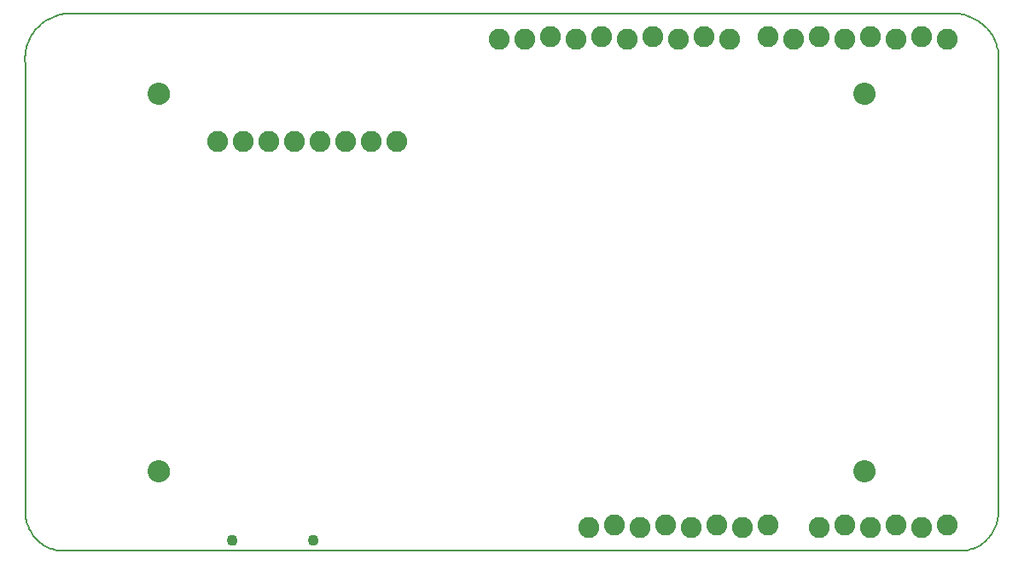
<source format=gbs>
G75*
%MOIN*%
%OFA0B0*%
%FSLAX24Y24*%
%IPPOS*%
%LPD*%
%AMOC8*
5,1,8,0,0,1.08239X$1,22.5*
%
%ADD10C,0.0050*%
%ADD11C,0.0000*%
%ADD12C,0.0867*%
%ADD13C,0.0430*%
%ADD14C,0.0820*%
D10*
X016260Y007643D02*
X016260Y025143D01*
X016250Y025224D01*
X016244Y025306D01*
X016242Y025387D01*
X016244Y025469D01*
X016249Y025550D01*
X016258Y025631D01*
X016271Y025712D01*
X016288Y025792D01*
X016308Y025871D01*
X016332Y025949D01*
X016359Y026026D01*
X016390Y026102D01*
X016425Y026176D01*
X016463Y026248D01*
X016504Y026319D01*
X016548Y026387D01*
X016596Y026454D01*
X016646Y026518D01*
X016700Y026580D01*
X016756Y026639D01*
X016815Y026696D01*
X016876Y026749D01*
X016940Y026800D01*
X017006Y026848D01*
X017074Y026893D01*
X017145Y026935D01*
X017217Y026973D01*
X017291Y027008D01*
X017366Y027039D01*
X017443Y027067D01*
X017521Y027092D01*
X017600Y027113D01*
X017679Y027130D01*
X017760Y027143D01*
X052760Y027143D01*
X052841Y027130D01*
X052920Y027113D01*
X052999Y027092D01*
X053077Y027067D01*
X053154Y027039D01*
X053229Y027008D01*
X053303Y026973D01*
X053375Y026935D01*
X053446Y026893D01*
X053514Y026848D01*
X053580Y026800D01*
X053644Y026749D01*
X053705Y026696D01*
X053764Y026639D01*
X053820Y026580D01*
X053874Y026518D01*
X053924Y026454D01*
X053972Y026387D01*
X054016Y026319D01*
X054057Y026248D01*
X054095Y026176D01*
X054130Y026102D01*
X054161Y026026D01*
X054188Y025949D01*
X054212Y025871D01*
X054232Y025792D01*
X054249Y025712D01*
X054262Y025631D01*
X054271Y025550D01*
X054276Y025469D01*
X054278Y025387D01*
X054276Y025306D01*
X054270Y025224D01*
X054260Y025143D01*
X054260Y007643D01*
X054258Y007567D01*
X054252Y007491D01*
X054243Y007416D01*
X054229Y007341D01*
X054212Y007267D01*
X054191Y007194D01*
X054167Y007122D01*
X054138Y007051D01*
X054107Y006982D01*
X054072Y006915D01*
X054033Y006850D01*
X053991Y006786D01*
X053946Y006725D01*
X053898Y006666D01*
X053847Y006610D01*
X053793Y006556D01*
X053737Y006505D01*
X053678Y006457D01*
X053617Y006412D01*
X053553Y006370D01*
X053488Y006331D01*
X053421Y006296D01*
X053352Y006265D01*
X053281Y006236D01*
X053209Y006212D01*
X053136Y006191D01*
X053062Y006174D01*
X052987Y006160D01*
X052912Y006151D01*
X052836Y006145D01*
X052760Y006143D01*
X017760Y006143D01*
X017684Y006145D01*
X017608Y006151D01*
X017533Y006160D01*
X017458Y006174D01*
X017384Y006191D01*
X017311Y006212D01*
X017239Y006236D01*
X017168Y006265D01*
X017099Y006296D01*
X017032Y006331D01*
X016967Y006370D01*
X016903Y006412D01*
X016842Y006457D01*
X016783Y006505D01*
X016727Y006556D01*
X016673Y006610D01*
X016622Y006666D01*
X016574Y006725D01*
X016529Y006786D01*
X016487Y006850D01*
X016448Y006915D01*
X016413Y006982D01*
X016382Y007051D01*
X016353Y007122D01*
X016329Y007194D01*
X016308Y007267D01*
X016291Y007341D01*
X016277Y007416D01*
X016268Y007491D01*
X016262Y007567D01*
X016260Y007643D01*
D11*
X021086Y009261D02*
X021088Y009300D01*
X021094Y009339D01*
X021104Y009377D01*
X021117Y009414D01*
X021134Y009449D01*
X021154Y009483D01*
X021178Y009514D01*
X021205Y009543D01*
X021234Y009569D01*
X021266Y009592D01*
X021300Y009612D01*
X021336Y009628D01*
X021373Y009640D01*
X021412Y009649D01*
X021451Y009654D01*
X021490Y009655D01*
X021529Y009652D01*
X021568Y009645D01*
X021605Y009634D01*
X021642Y009620D01*
X021677Y009602D01*
X021710Y009581D01*
X021741Y009556D01*
X021769Y009529D01*
X021794Y009499D01*
X021816Y009466D01*
X021835Y009432D01*
X021850Y009396D01*
X021862Y009358D01*
X021870Y009320D01*
X021874Y009281D01*
X021874Y009241D01*
X021870Y009202D01*
X021862Y009164D01*
X021850Y009126D01*
X021835Y009090D01*
X021816Y009056D01*
X021794Y009023D01*
X021769Y008993D01*
X021741Y008966D01*
X021710Y008941D01*
X021677Y008920D01*
X021642Y008902D01*
X021605Y008888D01*
X021568Y008877D01*
X021529Y008870D01*
X021490Y008867D01*
X021451Y008868D01*
X021412Y008873D01*
X021373Y008882D01*
X021336Y008894D01*
X021300Y008910D01*
X021266Y008930D01*
X021234Y008953D01*
X021205Y008979D01*
X021178Y009008D01*
X021154Y009039D01*
X021134Y009073D01*
X021117Y009108D01*
X021104Y009145D01*
X021094Y009183D01*
X021088Y009222D01*
X021086Y009261D01*
X024161Y006552D02*
X024163Y006578D01*
X024169Y006604D01*
X024178Y006628D01*
X024191Y006651D01*
X024208Y006671D01*
X024227Y006689D01*
X024249Y006704D01*
X024272Y006715D01*
X024297Y006723D01*
X024323Y006727D01*
X024349Y006727D01*
X024375Y006723D01*
X024400Y006715D01*
X024424Y006704D01*
X024445Y006689D01*
X024464Y006671D01*
X024481Y006651D01*
X024494Y006628D01*
X024503Y006604D01*
X024509Y006578D01*
X024511Y006552D01*
X024509Y006526D01*
X024503Y006500D01*
X024494Y006476D01*
X024481Y006453D01*
X024464Y006433D01*
X024445Y006415D01*
X024423Y006400D01*
X024400Y006389D01*
X024375Y006381D01*
X024349Y006377D01*
X024323Y006377D01*
X024297Y006381D01*
X024272Y006389D01*
X024248Y006400D01*
X024227Y006415D01*
X024208Y006433D01*
X024191Y006453D01*
X024178Y006476D01*
X024169Y006500D01*
X024163Y006526D01*
X024161Y006552D01*
X027310Y006552D02*
X027312Y006578D01*
X027318Y006604D01*
X027327Y006628D01*
X027340Y006651D01*
X027357Y006671D01*
X027376Y006689D01*
X027398Y006704D01*
X027421Y006715D01*
X027446Y006723D01*
X027472Y006727D01*
X027498Y006727D01*
X027524Y006723D01*
X027549Y006715D01*
X027573Y006704D01*
X027594Y006689D01*
X027613Y006671D01*
X027630Y006651D01*
X027643Y006628D01*
X027652Y006604D01*
X027658Y006578D01*
X027660Y006552D01*
X027658Y006526D01*
X027652Y006500D01*
X027643Y006476D01*
X027630Y006453D01*
X027613Y006433D01*
X027594Y006415D01*
X027572Y006400D01*
X027549Y006389D01*
X027524Y006381D01*
X027498Y006377D01*
X027472Y006377D01*
X027446Y006381D01*
X027421Y006389D01*
X027397Y006400D01*
X027376Y006415D01*
X027357Y006433D01*
X027340Y006453D01*
X027327Y006476D01*
X027318Y006500D01*
X027312Y006526D01*
X027310Y006552D01*
X048645Y009261D02*
X048647Y009300D01*
X048653Y009339D01*
X048663Y009377D01*
X048676Y009414D01*
X048693Y009449D01*
X048713Y009483D01*
X048737Y009514D01*
X048764Y009543D01*
X048793Y009569D01*
X048825Y009592D01*
X048859Y009612D01*
X048895Y009628D01*
X048932Y009640D01*
X048971Y009649D01*
X049010Y009654D01*
X049049Y009655D01*
X049088Y009652D01*
X049127Y009645D01*
X049164Y009634D01*
X049201Y009620D01*
X049236Y009602D01*
X049269Y009581D01*
X049300Y009556D01*
X049328Y009529D01*
X049353Y009499D01*
X049375Y009466D01*
X049394Y009432D01*
X049409Y009396D01*
X049421Y009358D01*
X049429Y009320D01*
X049433Y009281D01*
X049433Y009241D01*
X049429Y009202D01*
X049421Y009164D01*
X049409Y009126D01*
X049394Y009090D01*
X049375Y009056D01*
X049353Y009023D01*
X049328Y008993D01*
X049300Y008966D01*
X049269Y008941D01*
X049236Y008920D01*
X049201Y008902D01*
X049164Y008888D01*
X049127Y008877D01*
X049088Y008870D01*
X049049Y008867D01*
X049010Y008868D01*
X048971Y008873D01*
X048932Y008882D01*
X048895Y008894D01*
X048859Y008910D01*
X048825Y008930D01*
X048793Y008953D01*
X048764Y008979D01*
X048737Y009008D01*
X048713Y009039D01*
X048693Y009073D01*
X048676Y009108D01*
X048663Y009145D01*
X048653Y009183D01*
X048647Y009222D01*
X048645Y009261D01*
X048645Y024025D02*
X048647Y024064D01*
X048653Y024103D01*
X048663Y024141D01*
X048676Y024178D01*
X048693Y024213D01*
X048713Y024247D01*
X048737Y024278D01*
X048764Y024307D01*
X048793Y024333D01*
X048825Y024356D01*
X048859Y024376D01*
X048895Y024392D01*
X048932Y024404D01*
X048971Y024413D01*
X049010Y024418D01*
X049049Y024419D01*
X049088Y024416D01*
X049127Y024409D01*
X049164Y024398D01*
X049201Y024384D01*
X049236Y024366D01*
X049269Y024345D01*
X049300Y024320D01*
X049328Y024293D01*
X049353Y024263D01*
X049375Y024230D01*
X049394Y024196D01*
X049409Y024160D01*
X049421Y024122D01*
X049429Y024084D01*
X049433Y024045D01*
X049433Y024005D01*
X049429Y023966D01*
X049421Y023928D01*
X049409Y023890D01*
X049394Y023854D01*
X049375Y023820D01*
X049353Y023787D01*
X049328Y023757D01*
X049300Y023730D01*
X049269Y023705D01*
X049236Y023684D01*
X049201Y023666D01*
X049164Y023652D01*
X049127Y023641D01*
X049088Y023634D01*
X049049Y023631D01*
X049010Y023632D01*
X048971Y023637D01*
X048932Y023646D01*
X048895Y023658D01*
X048859Y023674D01*
X048825Y023694D01*
X048793Y023717D01*
X048764Y023743D01*
X048737Y023772D01*
X048713Y023803D01*
X048693Y023837D01*
X048676Y023872D01*
X048663Y023909D01*
X048653Y023947D01*
X048647Y023986D01*
X048645Y024025D01*
X021086Y024025D02*
X021088Y024064D01*
X021094Y024103D01*
X021104Y024141D01*
X021117Y024178D01*
X021134Y024213D01*
X021154Y024247D01*
X021178Y024278D01*
X021205Y024307D01*
X021234Y024333D01*
X021266Y024356D01*
X021300Y024376D01*
X021336Y024392D01*
X021373Y024404D01*
X021412Y024413D01*
X021451Y024418D01*
X021490Y024419D01*
X021529Y024416D01*
X021568Y024409D01*
X021605Y024398D01*
X021642Y024384D01*
X021677Y024366D01*
X021710Y024345D01*
X021741Y024320D01*
X021769Y024293D01*
X021794Y024263D01*
X021816Y024230D01*
X021835Y024196D01*
X021850Y024160D01*
X021862Y024122D01*
X021870Y024084D01*
X021874Y024045D01*
X021874Y024005D01*
X021870Y023966D01*
X021862Y023928D01*
X021850Y023890D01*
X021835Y023854D01*
X021816Y023820D01*
X021794Y023787D01*
X021769Y023757D01*
X021741Y023730D01*
X021710Y023705D01*
X021677Y023684D01*
X021642Y023666D01*
X021605Y023652D01*
X021568Y023641D01*
X021529Y023634D01*
X021490Y023631D01*
X021451Y023632D01*
X021412Y023637D01*
X021373Y023646D01*
X021336Y023658D01*
X021300Y023674D01*
X021266Y023694D01*
X021234Y023717D01*
X021205Y023743D01*
X021178Y023772D01*
X021154Y023803D01*
X021134Y023837D01*
X021117Y023872D01*
X021104Y023909D01*
X021094Y023947D01*
X021088Y023986D01*
X021086Y024025D01*
D12*
X021480Y024025D03*
X021480Y009261D03*
X049039Y009261D03*
X049039Y024025D03*
D13*
X027485Y006552D03*
X024336Y006552D03*
D14*
X038260Y007043D03*
X039260Y007143D03*
X040260Y007043D03*
X041260Y007143D03*
X042260Y007043D03*
X043260Y007143D03*
X044260Y007043D03*
X045260Y007143D03*
X047260Y007043D03*
X048260Y007143D03*
X049260Y007043D03*
X050260Y007143D03*
X051260Y007043D03*
X052260Y007143D03*
X030760Y022143D03*
X029760Y022143D03*
X028760Y022143D03*
X027760Y022143D03*
X026760Y022143D03*
X025760Y022143D03*
X024760Y022143D03*
X023760Y022143D03*
X034760Y026143D03*
X035760Y026143D03*
X036760Y026243D03*
X037760Y026143D03*
X038760Y026243D03*
X039760Y026143D03*
X040760Y026243D03*
X041760Y026143D03*
X042760Y026243D03*
X043760Y026143D03*
X045260Y026243D03*
X046260Y026143D03*
X047260Y026243D03*
X048260Y026143D03*
X049260Y026243D03*
X050260Y026143D03*
X051260Y026243D03*
X052260Y026143D03*
M02*

</source>
